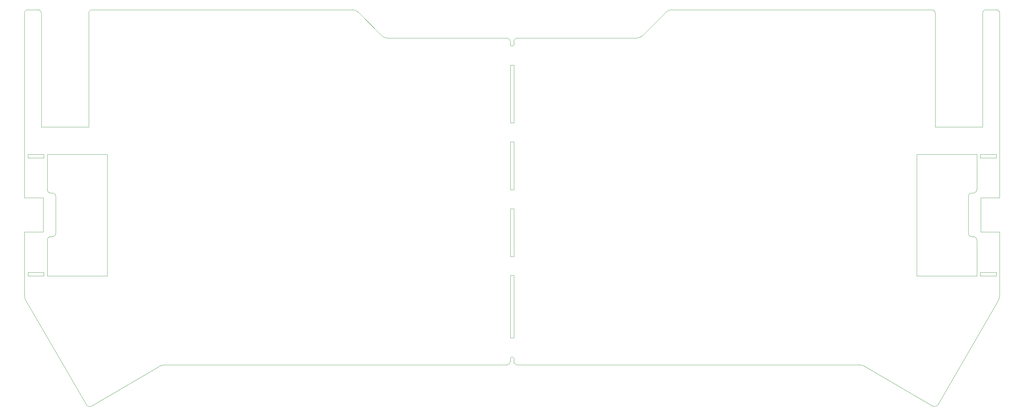
<source format=gbr>
G04 #@! TF.GenerationSoftware,KiCad,Pcbnew,(5.1.6)-1*
G04 #@! TF.CreationDate,2020-09-26T10:30:12+08:00*
G04 #@! TF.ProjectId,Cantaloupe,43616e74-616c-46f7-9570-652e6b696361,rev?*
G04 #@! TF.SameCoordinates,Original*
G04 #@! TF.FileFunction,Profile,NP*
%FSLAX46Y46*%
G04 Gerber Fmt 4.6, Leading zero omitted, Abs format (unit mm)*
G04 Created by KiCad (PCBNEW (5.1.6)-1) date 2020-09-26 10:30:12*
%MOMM*%
%LPD*%
G01*
G04 APERTURE LIST*
G04 #@! TA.AperFunction,Profile*
%ADD10C,0.010000*%
G04 #@! TD*
G04 APERTURE END LIST*
D10*
X328198845Y-168098519D02*
X308973876Y-156855044D01*
X329564870Y-167732494D02*
G75*
G02*
X328198845Y-168098519I-866025J500000D01*
G01*
X307110663Y-156350205D02*
G75*
G02*
X308973876Y-156855044I-21093J-3768552D01*
G01*
X307110662Y-156350204D02*
X210077097Y-156350205D01*
X346650072Y-138263595D02*
X329563051Y-167735631D01*
X347151597Y-118548451D02*
X347151597Y-136398451D01*
X347151597Y-136398451D02*
G75*
G02*
X346650072Y-138263595I-3743472J6595D01*
G01*
X347151597Y-108748451D02*
X347151597Y-56258105D01*
X253962845Y-55258079D02*
X327873596Y-55264909D01*
X210077597Y-63335305D02*
X243918464Y-63335305D01*
X245624125Y-62626755D02*
X252257184Y-55966538D01*
X245624125Y-62626755D02*
G75*
G02*
X243918464Y-63335305I-1705661J1698706D01*
G01*
X252257184Y-55966537D02*
G75*
G02*
X253962845Y-55258079I1705440J-1698487D01*
G01*
X93577400Y-131073447D02*
X93577402Y-96448447D01*
X75502398Y-97448448D02*
X75502400Y-96448447D01*
X209077194Y-92862407D02*
X208076794Y-92862407D01*
X71002399Y-97448445D02*
X75502398Y-97448448D01*
X71002398Y-96448447D02*
X75502400Y-96448447D01*
X76502402Y-106448450D02*
G75*
G03*
X77502490Y-107448448I1000043J45D01*
G01*
X77502397Y-119848449D02*
G75*
G03*
X76502399Y-120848537I45J-1000043D01*
G01*
X71002400Y-131073446D02*
X71002400Y-130073445D01*
X70002400Y-118548447D02*
X70002400Y-136398447D01*
X70002400Y-108748447D02*
X70002402Y-56258099D01*
X93577400Y-96448447D02*
X76501597Y-96448443D01*
X75352401Y-118548446D02*
X75352400Y-108748447D01*
X75352400Y-108748447D02*
X70002400Y-108748447D01*
X77502490Y-107448448D02*
X77927401Y-107448446D01*
X71002398Y-96448447D02*
X71002399Y-97448445D01*
X70002400Y-118548447D02*
X75352401Y-118548446D01*
X208279970Y-65506608D02*
X208873981Y-65506608D01*
X208076777Y-65303414D02*
G75*
G03*
X208279970Y-65506608I203195J1D01*
G01*
X208280013Y-154178000D02*
X208874017Y-154178001D01*
X209077172Y-65303410D02*
G75*
G02*
X208873981Y-65506608I-203196J-2D01*
G01*
X78927402Y-108448446D02*
X78927399Y-118848447D01*
X209077210Y-154381195D02*
G75*
G03*
X208874017Y-154178001I-203195J-1D01*
G01*
X77502397Y-119848449D02*
X77927400Y-119848447D01*
X93578203Y-131073451D02*
X76502399Y-131073447D01*
X78927490Y-108448449D02*
G75*
G03*
X77927400Y-107448447I-1000046J-44D01*
G01*
X75502399Y-130073449D02*
X75502402Y-131073447D01*
X208076820Y-154381194D02*
G75*
G02*
X208280013Y-154178000I203195J-1D01*
G01*
X209077194Y-71043807D02*
X208076794Y-71043807D01*
X76502402Y-106448450D02*
X76501597Y-96448443D01*
X77927398Y-119848536D02*
G75*
G03*
X78927399Y-118848447I-44J1000045D01*
G01*
X209077194Y-87426807D02*
X208076794Y-87426807D01*
X76502400Y-120848447D02*
X76502399Y-131073447D01*
X71002400Y-130073445D02*
X75502399Y-130073449D01*
X71002400Y-131073446D02*
X75502402Y-131073447D01*
X210077097Y-156350206D02*
G75*
G02*
X209077596Y-155350205I250J999751D01*
G01*
X209077597Y-64335305D02*
G75*
G02*
X210077597Y-63335305I1000000J0D01*
G01*
X74822400Y-88667200D02*
X88280399Y-88667199D01*
X88955152Y-168098514D02*
X108180119Y-156855039D01*
X209077194Y-111912407D02*
X208076794Y-111912407D01*
X209077194Y-71043807D02*
X209077194Y-87426807D01*
X209077173Y-65303414D02*
X209077600Y-64335300D01*
X208076794Y-111912407D02*
X208076794Y-125526807D01*
X209077200Y-130911600D02*
X209077194Y-148666207D01*
X71002400Y-55258102D02*
G75*
G03*
X70002400Y-56258100I-1J-999999D01*
G01*
X171529873Y-62626752D02*
X164896813Y-55966534D01*
X209077194Y-148666207D02*
X208076794Y-148666207D01*
X87589128Y-167732490D02*
G75*
G03*
X88955152Y-168098514I866024J500000D01*
G01*
X209077194Y-125526807D02*
X209077194Y-111912407D01*
X88280400Y-56264995D02*
X88280399Y-88667199D01*
X164896814Y-55966532D02*
G75*
G03*
X163191152Y-55258074I-1705440J-1698488D01*
G01*
X70503926Y-138263591D02*
X87590946Y-167735626D01*
X208076401Y-64335300D02*
G75*
G03*
X207076399Y-63335302I-1000000J-2D01*
G01*
X110043335Y-156350199D02*
X207076897Y-156350201D01*
X209077210Y-154381195D02*
X209077599Y-155350200D01*
X207076901Y-156350198D02*
G75*
G03*
X208076401Y-155350200I-249J999749D01*
G01*
X208076794Y-130911607D02*
X209077200Y-130911600D01*
X171529869Y-62626751D02*
G75*
G03*
X173235531Y-63335302I1705663J1698707D01*
G01*
X73822399Y-55258097D02*
X71002400Y-55258099D01*
X208076794Y-87426807D02*
X208076794Y-71043807D01*
X208076399Y-64335300D02*
X208076777Y-65303414D01*
X208076820Y-154381195D02*
X208076401Y-155350200D01*
X89280401Y-55264908D02*
G75*
G03*
X88280400Y-56264995I43J-1000044D01*
G01*
X208076794Y-106527607D02*
X208076794Y-92862407D01*
X209077194Y-125526807D02*
X208076794Y-125526807D01*
X207076399Y-63335302D02*
X173235531Y-63335302D01*
X208076794Y-148666207D02*
X208076794Y-130911607D01*
X209077194Y-106527607D02*
X208076794Y-106527607D01*
X70002401Y-136398447D02*
G75*
G03*
X70503926Y-138263591I3743473J6596D01*
G01*
X74822400Y-88667200D02*
X74822400Y-56258100D01*
X110043332Y-156350200D02*
G75*
G03*
X108180119Y-156855039I21093J-3768552D01*
G01*
X163191152Y-55258074D02*
X89280401Y-55264908D01*
X209077200Y-92862400D02*
X209077194Y-106527607D01*
X74822400Y-56258100D02*
G75*
G03*
X73822399Y-55258097I-1000002J1D01*
G01*
X339652311Y-107448448D02*
X339227398Y-107448446D01*
X340652397Y-106448449D02*
X340653201Y-96448441D01*
X339652403Y-119848449D02*
G75*
G02*
X340652400Y-120848538I-46J-1000043D01*
G01*
X340652399Y-120848445D02*
X340652400Y-131073447D01*
X340652395Y-106448450D02*
G75*
G02*
X339652311Y-107448448I-1000041J43D01*
G01*
X339652402Y-119848449D02*
X339227398Y-119848447D01*
X346152400Y-130073447D02*
X341652400Y-130073447D01*
X346152400Y-131073447D02*
X346152400Y-130073447D01*
X341652400Y-130073447D02*
X341652400Y-131073447D01*
X346152400Y-131073447D02*
X341652400Y-131073447D01*
X346152400Y-96448447D02*
X341652400Y-96448447D01*
X341652400Y-97448447D02*
X341652400Y-96448447D01*
X346152400Y-96448447D02*
X346152400Y-97448447D01*
X346152400Y-97448447D02*
X341652400Y-97448447D01*
X338226597Y-108448451D02*
X338226597Y-118848451D01*
X339226599Y-119848541D02*
G75*
G02*
X338226597Y-118848451I44J1000046D01*
G01*
X338226507Y-108448453D02*
G75*
G02*
X339226597Y-107448451I1000046J-44D01*
G01*
X323576597Y-96448451D02*
X340652400Y-96448447D01*
X323576597Y-131073451D02*
X323576597Y-96448451D01*
X323576597Y-131073451D02*
X340652400Y-131073447D01*
X341801597Y-108748451D02*
X347151597Y-108748451D01*
X341801597Y-118548451D02*
X341801597Y-108748451D01*
X347151597Y-118548451D02*
X341801597Y-118548451D01*
X342331597Y-88667205D02*
X328873597Y-88667205D01*
X343331597Y-55258105D02*
X346151597Y-55258105D01*
X346151597Y-55258105D02*
G75*
G02*
X347151597Y-56258105I0J-1000000D01*
G01*
X342331597Y-88667205D02*
X342331597Y-56258105D01*
X328873597Y-56265000D02*
X328873597Y-88667205D01*
X342331597Y-56258105D02*
G75*
G02*
X343331597Y-55258105I1000000J0D01*
G01*
X327873596Y-55264909D02*
G75*
G02*
X328873597Y-56265000I-45J-1000046D01*
G01*
M02*

</source>
